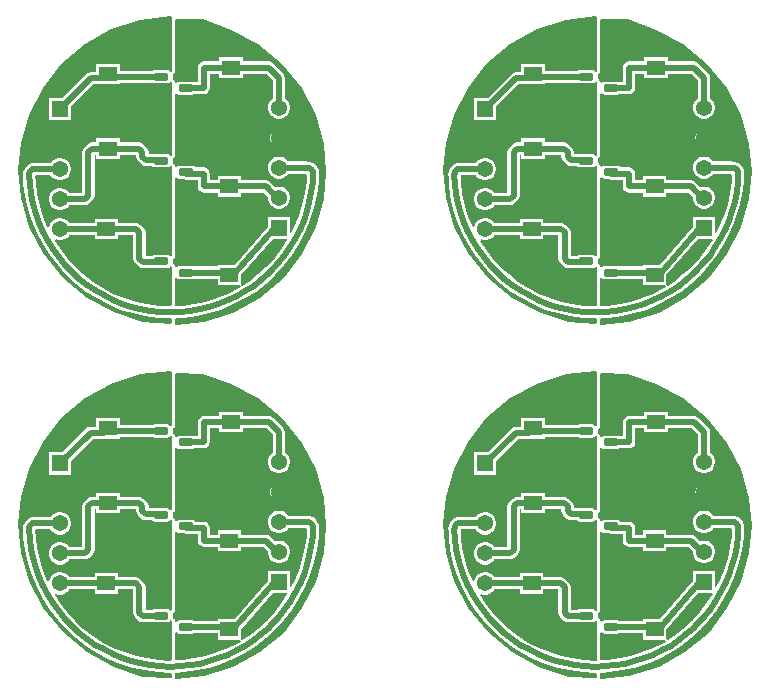
<source format=gbr>
%FSTAX23Y23*%
%MOIN*%
%SFA1B1*%

%IPPOS*%
%AMD14*
4,1,8,0.021300,0.011800,-0.021300,0.011800,-0.024200,0.008900,-0.024200,-0.008900,-0.021300,-0.011800,0.021300,-0.011800,0.024200,-0.008900,0.024200,0.008900,0.021300,0.011800,0.0*
1,1,0.005906,0.021300,0.008900*
1,1,0.005906,-0.021300,0.008900*
1,1,0.005906,-0.021300,-0.008900*
1,1,0.005906,0.021300,-0.008900*
%
%ADD11R,0.053937X0.053937*%
%ADD12C,0.053937*%
%ADD13C,0.019685*%
G04~CAMADD=14~8~0.0~0.0~484.3~236.2~29.5~0.0~15~0.0~0.0~0.0~0.0~0~0.0~0.0~0.0~0.0~0~0.0~0.0~0.0~0.0~484.3~236.2*
%ADD14D14*%
%ADD15R,0.059055X0.049212*%
%LNpcb2_copper_signal_bot-1*%
%LPD*%
G36*
X02097Y02357D02*
Y02177D01*
X02092Y02176*
X02091Y02178*
X02086Y02181*
X02081Y02182*
X02039*
X02034Y02181*
X02033Y0218*
X01923*
Y02204*
X01844*
Y02175*
X01826*
X01818Y02173*
X01812Y02169*
X01732Y02089*
X01687*
Y02015*
X01761*
Y02061*
X01834Y02135*
X01869*
X01871Y02135*
X01923*
Y0214*
X02033*
X02034Y02139*
X02039Y02138*
X02081*
X02086Y02139*
X02091Y02142*
X02092Y02144*
X02097Y02142*
Y01897*
X02092Y01896*
X02091Y01898*
X02086Y01901*
X02081Y01902*
X02049*
X02045Y01903*
X02019*
Y01909*
X02017Y01917*
X02013Y01923*
X02001Y01935*
X01995Y01939*
X01987Y01941*
X01923*
Y01955*
X01844*
Y01941*
X0183*
X01822Y01939*
X01816Y01935*
X01804Y01923*
X018Y01917*
X01798Y01909*
Y01773*
X01755*
X01753Y01775*
X01746Y01782*
X01738Y01787*
X01729Y01789*
X01719*
X01709Y01787*
X01701Y01782*
X01694Y01775*
X01689Y01767*
X01687Y01757*
Y01748*
X01689Y01738*
X01694Y0173*
X01701Y01723*
X01709Y01718*
X01719Y01715*
X01729*
X01738Y01718*
X01746Y01723*
X01753Y0173*
X01755Y01732*
X01807*
X01815Y01734*
X01821Y01738*
X01833Y0175*
X01837Y01756*
X01839Y01764*
Y019*
X01844*
Y01886*
X01923*
Y019*
X01978*
Y01894*
X0198Y01886*
X01984Y0188*
X01996Y01868*
X02002Y01864*
X0201Y01862*
X02029*
X0203Y01862*
X02034Y01859*
X02039Y01858*
X02081*
X02086Y01859*
X02091Y01862*
X02092Y01864*
X02097Y01862*
Y01562*
X02092Y01561*
X02091Y01563*
X02086Y01566*
X02081Y01567*
X02039*
X02034Y01566*
X0203Y01563*
X02029Y01563*
X02009*
Y01641*
X02007Y01649*
X02003Y01655*
X01991Y01667*
X01985Y01671*
X01977Y01673*
X01918*
Y01687*
X01839*
Y01673*
X01755*
X01753Y01675*
X01746Y01682*
X01738Y01687*
X01729Y01689*
X01719*
X01709Y01687*
X01701Y01682*
X01694Y01675*
X01689Y01667*
X01687Y0166*
X01682Y0166*
X01668Y01693*
X01657Y0173*
X01648Y01769*
X01643Y01808*
X01642Y0183*
X01645Y01834*
X01692*
X01694Y0183*
X01701Y01823*
X01709Y01818*
X01719Y01815*
X01729*
X01738Y01818*
X01746Y01823*
X01753Y0183*
X01758Y01838*
X01761Y01848*
Y01857*
X01758Y01867*
X01753Y01875*
X01746Y01882*
X01738Y01887*
X01729Y01889*
X01719*
X01709Y01887*
X01701Y01882*
X01694Y01875*
X01694Y01874*
X01641*
X0164Y01874*
X01631Y01873*
X01621Y01869*
X01613Y01862*
X01607Y01854*
X01603Y01845*
X01601Y01834*
X01601Y01834*
X01601Y01834*
X01601Y01833*
Y01833*
X01602Y01828*
X01603Y01804*
X01608Y01762*
X01618Y0172*
X01631Y01679*
X01647Y01639*
X01667Y01601*
X0169Y01565*
X01716Y01531*
X01745Y01499*
X01777Y0147*
X01811Y01444*
X01847Y01421*
X01885Y01401*
X01925Y01384*
X01966Y01371*
X02008Y01362*
X02051Y01357*
X02094Y01355*
X02094*
X02097Y01351*
Y01341*
X02094Y01337*
X01999Y01341*
X01905Y01375*
X01814Y01423*
X01734Y0149*
X01666Y01571*
X0162Y0166*
X01593Y01755*
X01585Y01849*
X01593Y01939*
X0162Y02033*
X01666Y02122*
X01728Y02204*
X01808Y02269*
X01896Y02318*
X01993Y02349*
X02094Y02361*
X02097Y02357*
G37*
G36*
X0068D02*
Y02177D01*
X00675Y02176*
X00673Y02178*
X00669Y02181*
X00664Y02182*
X00622*
X00617Y02181*
X00615Y0218*
X00506*
Y02204*
X00427*
Y02175*
X00409*
X00401Y02173*
X00394Y02169*
X00315Y02089*
X00269*
Y02015*
X00343*
Y02061*
X00417Y02135*
X00452*
X00454Y02135*
X00506*
Y0214*
X00615*
X00617Y02139*
X00622Y02138*
X00664*
X00669Y02139*
X00673Y02142*
X00675Y02144*
X0068Y02142*
Y01897*
X00675Y01896*
X00673Y01898*
X00669Y01901*
X00664Y01902*
X00632*
X00628Y01903*
X00602*
Y01909*
X006Y01917*
X00596Y01923*
X00584Y01935*
X00578Y01939*
X0057Y01941*
X00506*
Y01955*
X00427*
Y01941*
X00413*
X00405Y01939*
X00399Y01935*
X00387Y01923*
X00383Y01917*
X00381Y01909*
Y01773*
X00337*
X00336Y01775*
X00329Y01782*
X00321Y01787*
X00311Y01789*
X00301*
X00292Y01787*
X00284Y01782*
X00277Y01775*
X00272Y01767*
X00269Y01757*
Y01748*
X00272Y01738*
X00277Y0173*
X00284Y01723*
X00292Y01718*
X00301Y01715*
X00311*
X00321Y01718*
X00329Y01723*
X00336Y0173*
X00337Y01732*
X0039*
X00398Y01734*
X00404Y01738*
X00416Y0175*
X0042Y01756*
X00422Y01764*
Y019*
X00427*
Y01886*
X00506*
Y019*
X00561*
Y01894*
X00563Y01886*
X00567Y0188*
X00579Y01868*
X00585Y01864*
X00593Y01862*
X00612*
X00612Y01862*
X00617Y01859*
X00622Y01858*
X00664*
X00669Y01859*
X00673Y01862*
X00675Y01864*
X0068Y01862*
Y01562*
X00675Y01561*
X00673Y01563*
X00669Y01566*
X00664Y01567*
X00622*
X00617Y01566*
X00612Y01563*
X00612Y01563*
X00592*
Y01641*
X0059Y01649*
X00586Y01655*
X00574Y01667*
X00568Y01671*
X0056Y01673*
X00501*
Y01687*
X00422*
Y01673*
X00337*
X00336Y01675*
X00329Y01682*
X00321Y01687*
X00311Y01689*
X00301*
X00292Y01687*
X00284Y01682*
X00277Y01675*
X00272Y01667*
X0027Y0166*
X00265Y0166*
X00251Y01693*
X00239Y0173*
X00231Y01769*
X00226Y01808*
X00225Y0183*
X00228Y01834*
X00274*
X00277Y0183*
X00284Y01823*
X00292Y01818*
X00301Y01815*
X00311*
X00321Y01818*
X00329Y01823*
X00336Y0183*
X00341Y01838*
X00343Y01848*
Y01857*
X00341Y01867*
X00336Y01875*
X00329Y01882*
X00321Y01887*
X00311Y01889*
X00301*
X00292Y01887*
X00284Y01882*
X00277Y01875*
X00276Y01874*
X00224*
X00223Y01874*
X00213Y01873*
X00204Y01869*
X00196Y01862*
X00189Y01854*
X00185Y01845*
X00184Y01834*
X00184Y01834*
X00184Y01834*
X00184Y01833*
Y01833*
X00184Y01828*
X00185Y01804*
X00191Y01762*
X002Y0172*
X00213Y01679*
X0023Y01639*
X0025Y01601*
X00273Y01565*
X00299Y01531*
X00328Y01499*
X0036Y0147*
X00394Y01444*
X0043Y01421*
X00468Y01401*
X00508Y01384*
X00549Y01371*
X00591Y01362*
X00633Y01357*
X00676Y01355*
X00676*
X0068Y01351*
Y01341*
X00676Y01337*
X00581Y01341*
X00487Y01375*
X00397Y01423*
X00316Y0149*
X00249Y01571*
X00202Y0166*
X00176Y01755*
X00168Y01849*
X00176Y01939*
X00202Y02033*
X00249Y02122*
X00311Y02204*
X00391Y02269*
X00478Y02318*
X00575Y02349*
X00676Y02361*
X0068Y02357*
G37*
G36*
X02199Y02351D02*
X02293Y02317D01*
X02383Y02269*
X02464Y02202*
X02531Y02121*
X02578Y02032*
X02604Y01936*
X02612Y01843*
X02604Y01753*
X02578Y01659*
X02531Y0157*
X0247Y01488*
X0239Y01422*
X02302Y01374*
X02205Y01343*
X02109Y01332*
X02108Y01333*
X02106Y01336*
X02107Y01337*
X02107Y01337*
X02107Y01337*
X02107Y01339*
X02107Y01341*
X02107Y01341*
X02107Y01341*
Y01351*
X02108Y01352*
X02111Y01355*
X02112Y01355*
X02137Y01357*
X02179Y01362*
X02221Y01371*
X02262Y01384*
X02302Y01401*
X0234Y01421*
X02376Y01444*
X0241Y0147*
X02439Y01496*
X02442Y01499*
X02442Y01499*
X02471Y01531*
X02498Y01566*
X02521Y01602*
X02541Y01641*
X02558Y01681*
X02571Y01722*
X0258Y01765*
X02586Y01808*
X02587Y01832*
X02588Y01836*
X02588Y01837*
X02588Y01837*
X02588Y01837*
X02588Y01838*
X02587Y01841*
X02586Y01848*
X02582Y01858*
X02576Y01866*
X02568Y01872*
X02558Y01876*
X02549Y01877*
X02548Y01878*
X02548Y01878*
X02543*
X02485*
X02483Y0188*
X02476Y01887*
X02468Y01892*
X02459Y01894*
X02449*
X02439Y01892*
X02431Y01887*
X02424Y0188*
X02419Y01872*
X02417Y01862*
Y01853*
X02419Y01843*
X02424Y01835*
X02431Y01828*
X02439Y01823*
X02449Y0182*
X02459*
X02468Y01823*
X02476Y01828*
X02483Y01835*
X02485Y01837*
X02544*
X02547Y01834*
X02546Y01811*
X02541Y01772*
X02532Y01733*
X0252Y01695*
X02505Y01658*
X02495Y0164*
X02491Y01641*
Y01694*
X02417*
Y0166*
X02306Y01534*
X02249*
Y01528*
X02171*
X0217Y01528*
X02165Y01529*
X02122*
X02117Y01528*
X02113Y01526*
X02112Y01525*
X02107Y01526*
Y01527*
X02107Y01528*
X02107Y01528*
X02107Y0153*
X02107Y01531*
X02106Y01532*
X02106Y01532*
X02105Y01533*
X02104Y01535*
X02104Y01535*
X02104Y01535*
X02102Y01536*
X02101Y01537*
X02101Y01537*
X021Y01537*
Y01553*
X02101Y01553*
X02101Y01553*
X02102Y01554*
X02104Y01554*
X02104Y01555*
X02104Y01555*
X02105Y01556*
X02106Y01557*
X02106Y01558*
X02107Y01558*
X02107Y0156*
X02107Y01561*
X02107Y01562*
X02107Y01562*
Y01824*
X02112Y01825*
X02113Y01824*
X02117Y01821*
X02122Y0182*
X02133*
X02136Y01819*
X02144Y01817*
X02183*
Y01795*
X02185Y01787*
X02189Y0178*
X02196Y01776*
X02204Y01774*
X02249*
Y0176*
X02328*
Y01774*
X02402*
X02417Y0176*
Y01753*
X02419Y01743*
X02424Y01735*
X02431Y01728*
X02439Y01723*
X02449Y0172*
X02459*
X02468Y01723*
X02476Y01728*
X02483Y01735*
X02488Y01743*
X02491Y01753*
Y01762*
X02488Y01772*
X02483Y0178*
X02476Y01787*
X02468Y01792*
X02459Y01794*
X02449*
X02441Y01792*
X02425Y01809*
X02419Y01813*
X02411Y01815*
X02328*
Y01829*
X02249*
Y01815*
X02224*
Y01837*
X02222Y01845*
X02218Y01852*
X02211Y01856*
X02204Y01858*
X02176*
X02174Y01861*
X0217Y01863*
X02165Y01864*
X02122*
X02117Y01863*
X02113Y01861*
X02112Y0186*
X02107Y01861*
Y01862*
X02107Y01863*
X02107Y01863*
X02107Y01865*
X02107Y01866*
X02106Y01867*
X02106Y01867*
X02105Y01868*
X02104Y0187*
X02104Y0187*
X02104Y0187*
X02102Y01871*
X02101Y01872*
X02101Y01872*
X021Y01872*
Y01888*
X02101Y01888*
X02101Y01888*
X02102Y01889*
X02104Y01889*
X02104Y0189*
X02104Y0189*
X02105Y01891*
X02106Y01892*
X02106Y01893*
X02107Y01893*
X02107Y01895*
X02107Y01896*
X02107Y01897*
X02107Y01897*
Y02104*
X02112Y02105*
X02113Y02104*
X02117Y02101*
X02122Y021*
X02165*
X0217Y02101*
X02171Y02102*
X02204*
X02211Y02104*
X02218Y02108*
X02222Y02115*
X02224Y02122*
Y0217*
X02254*
Y02156*
X02333*
Y0217*
X02412*
X02433Y02149*
Y02088*
X02431Y02087*
X02424Y0208*
X02419Y02072*
X02417Y02062*
Y02053*
X02419Y02043*
X02424Y02035*
X02431Y02028*
X02439Y02023*
X02449Y0202*
X02459*
X02468Y02023*
X02476Y02028*
X02483Y02035*
X02488Y02043*
X02491Y02053*
Y02062*
X02488Y02072*
X02483Y0208*
X02476Y02087*
X02474Y02088*
Y02157*
X02472Y02165*
X02468Y02172*
X02435Y02205*
X02428Y02209*
X02421Y02211*
X02333*
Y02225*
X02254*
Y02211*
X02204*
X02196Y02209*
X02189Y02205*
X02185Y02198*
X02183Y0219*
Y02143*
X02171*
X0217Y02143*
X02165Y02144*
X02122*
X02117Y02143*
X02113Y02141*
X02112Y0214*
X02107Y02141*
Y02142*
X02107Y02143*
X02107Y02143*
X02107Y02145*
X02107Y02146*
X02106Y02147*
X02106Y02147*
X02105Y02148*
X02104Y0215*
X02104Y0215*
X02104Y0215*
X02102Y02151*
X02101Y02152*
X02101Y02152*
X021Y02152*
Y02168*
X02101Y02168*
X02101Y02168*
X02102Y02169*
X02104Y02169*
X02104Y0217*
X02104Y0217*
X02105Y02171*
X02106Y02172*
X02106Y02173*
X02107Y02173*
X02107Y02175*
X02107Y02176*
X02107Y02177*
X02107Y02177*
Y0235*
X02111Y02354*
X02199Y02351*
G37*
G36*
X00782D02*
X00876Y02317D01*
X00966Y02269*
X01047Y02202*
X01114Y02121*
X01161Y02032*
X01187Y01936*
X01195Y01843*
X01187Y01753*
X01161Y01659*
X01114Y0157*
X01052Y01488*
X00972Y01422*
X00885Y01374*
X00788Y01343*
X00692Y01332*
X0069Y01333*
X00689Y01336*
X00689Y01337*
X00689Y01337*
X00689Y01337*
X0069Y01339*
X0069Y01341*
X0069Y01341*
X0069Y01341*
Y01351*
X00691Y01352*
X00693Y01355*
X00694Y01355*
X00719Y01357*
X00762Y01362*
X00804Y01371*
X00845Y01384*
X00885Y01401*
X00923Y01421*
X00959Y01444*
X00993Y0147*
X01021Y01496*
X01025Y01499*
X01025Y01499*
X01054Y01531*
X01081Y01566*
X01104Y01602*
X01124Y01641*
X01141Y01681*
X01154Y01722*
X01163Y01765*
X01169Y01808*
X0117Y01832*
X0117Y01836*
X0117Y01837*
X0117Y01837*
X0117Y01837*
X0117Y01838*
X0117Y01841*
X01169Y01848*
X01165Y01858*
X01159Y01866*
X0115Y01872*
X01141Y01876*
X01131Y01877*
X01131Y01878*
X01131Y01878*
X01126*
X01067*
X01066Y0188*
X01059Y01887*
X01051Y01892*
X01041Y01894*
X01031*
X01022Y01892*
X01014Y01887*
X01007Y0188*
X01002Y01872*
X00999Y01862*
Y01853*
X01002Y01843*
X01007Y01835*
X01014Y01828*
X01022Y01823*
X01031Y0182*
X01041*
X01051Y01823*
X01059Y01828*
X01066Y01835*
X01067Y01837*
X01126*
X0113Y01834*
X01129Y01811*
X01124Y01772*
X01115Y01733*
X01103Y01695*
X01088Y01658*
X01078Y0164*
X01073Y01641*
Y01694*
X00999*
Y0166*
X00889Y01534*
X00832*
Y01528*
X00754*
X00753Y01528*
X00748Y01529*
X00705*
X007Y01528*
X00696Y01526*
X00695Y01525*
X0069Y01526*
Y01527*
X0069Y01528*
X0069Y01528*
X0069Y0153*
X00689Y01531*
X00689Y01532*
X00689Y01532*
X00688Y01533*
X00687Y01535*
X00687Y01535*
X00686Y01535*
X00685Y01536*
X00684Y01537*
X00683Y01537*
X00683Y01537*
Y01553*
X00683Y01553*
X00684Y01553*
X00685Y01554*
X00686Y01554*
X00687Y01555*
X00687Y01555*
X00688Y01556*
X00689Y01557*
X00689Y01558*
X00689Y01558*
X0069Y0156*
X0069Y01561*
X0069Y01562*
X0069Y01562*
Y01824*
X00695Y01825*
X00696Y01824*
X007Y01821*
X00705Y0182*
X00716*
X00719Y01819*
X00726Y01817*
X00766*
Y01795*
X00768Y01787*
X00772Y0178*
X00779Y01776*
X00786Y01774*
X00832*
Y0176*
X00911*
Y01774*
X00985*
X00999Y0176*
Y01753*
X01002Y01743*
X01007Y01735*
X01014Y01728*
X01022Y01723*
X01031Y0172*
X01041*
X01051Y01723*
X01059Y01728*
X01066Y01735*
X01071Y01743*
X01073Y01753*
Y01762*
X01071Y01772*
X01066Y0178*
X01059Y01787*
X01051Y01792*
X01041Y01794*
X01031*
X01024Y01792*
X01008Y01809*
X01001Y01813*
X00994Y01815*
X00911*
Y01829*
X00832*
Y01815*
X00807*
Y01837*
X00805Y01845*
X00801Y01852*
X00794Y01856*
X00786Y01858*
X00759*
X00757Y01861*
X00753Y01863*
X00748Y01864*
X00705*
X007Y01863*
X00696Y01861*
X00695Y0186*
X0069Y01861*
Y01862*
X0069Y01863*
X0069Y01863*
X0069Y01865*
X00689Y01866*
X00689Y01867*
X00689Y01867*
X00688Y01868*
X00687Y0187*
X00687Y0187*
X00686Y0187*
X00685Y01871*
X00684Y01872*
X00683Y01872*
X00683Y01872*
Y01888*
X00683Y01888*
X00684Y01888*
X00685Y01889*
X00686Y01889*
X00687Y0189*
X00687Y0189*
X00688Y01891*
X00689Y01892*
X00689Y01893*
X00689Y01893*
X0069Y01895*
X0069Y01896*
X0069Y01897*
X0069Y01897*
Y02104*
X00695Y02105*
X00696Y02104*
X007Y02101*
X00705Y021*
X00748*
X00753Y02101*
X00754Y02102*
X00786*
X00794Y02104*
X00801Y02108*
X00805Y02115*
X00807Y02122*
Y0217*
X00837*
Y02156*
X00916*
Y0217*
X00995*
X01016Y02149*
Y02088*
X01014Y02087*
X01007Y0208*
X01002Y02072*
X00999Y02062*
Y02053*
X01002Y02043*
X01007Y02035*
X01014Y02028*
X01022Y02023*
X01031Y0202*
X01041*
X01051Y02023*
X01059Y02028*
X01066Y02035*
X01071Y02043*
X01073Y02053*
Y02062*
X01071Y02072*
X01066Y0208*
X01059Y02087*
X01057Y02088*
Y02157*
X01055Y02165*
X01051Y02172*
X01018Y02205*
X01011Y02209*
X01003Y02211*
X00916*
Y02225*
X00837*
Y02211*
X00786*
X00779Y02209*
X00772Y02205*
X00768Y02198*
X00766Y0219*
Y02143*
X00754*
X00753Y02143*
X00748Y02144*
X00705*
X007Y02143*
X00696Y02141*
X00695Y0214*
X0069Y02141*
Y02142*
X0069Y02143*
X0069Y02143*
X0069Y02145*
X00689Y02146*
X00689Y02147*
X00689Y02147*
X00688Y02148*
X00687Y0215*
X00687Y0215*
X00686Y0215*
X00685Y02151*
X00684Y02152*
X00683Y02152*
X00683Y02152*
Y02168*
X00683Y02168*
X00684Y02168*
X00685Y02169*
X00686Y02169*
X00687Y0217*
X00687Y0217*
X00688Y02171*
X00689Y02172*
X00689Y02173*
X00689Y02173*
X0069Y02175*
X0069Y02176*
X0069Y02177*
X0069Y02177*
Y0235*
X00694Y02354*
X00782Y02351*
G37*
G36*
X01968Y01554D02*
X0197Y01546D01*
X01974Y0154*
X01986Y01528*
X01992Y01524*
X02Y01522*
X0206*
X02063Y01523*
X02081*
X02086Y01524*
X02091Y01527*
X02092Y01529*
X02097Y01527*
Y01398*
X02092Y01395*
X02054Y01397*
X02015Y01402*
X01977Y0141*
X01939Y01422*
X01902Y01437*
X01867Y01456*
X01834Y01477*
X01803Y01501*
X01774Y01527*
X01747Y01557*
X01723Y01588*
X01706Y01614*
X01709Y01617*
X0171Y01618*
X01719Y01615*
X01729*
X01738Y01618*
X01746Y01623*
X01753Y0163*
X01755Y01632*
X01839*
Y01618*
X01918*
Y01632*
X01968*
Y01554*
G37*
G36*
X00551D02*
X00553Y01546D01*
X00557Y0154*
X00569Y01528*
X00575Y01524*
X00583Y01522*
X00643*
X00646Y01523*
X00664*
X00669Y01524*
X00673Y01527*
X00675Y01529*
X0068Y01527*
Y01398*
X00675Y01395*
X00637Y01397*
X00598Y01402*
X00559Y0141*
X00522Y01422*
X00485Y01437*
X0045Y01456*
X00417Y01477*
X00385Y01501*
X00356Y01527*
X0033Y01557*
X00306Y01588*
X00289Y01614*
X00291Y01617*
X00292Y01618*
X00301Y01615*
X00311*
X00321Y01618*
X00329Y01623*
X00336Y0163*
X00337Y01632*
X00422*
Y01618*
X00501*
Y01632*
X00551*
Y01554*
G37*
G36*
X02482Y01616D02*
X02465Y01589D01*
X02441Y01557*
X02417Y01531*
X02413Y01528*
X02413Y01528*
X02413Y01528*
X02413Y01527*
X02385Y01501*
X02353Y01477*
X02333Y01464*
X02328Y01467*
Y01498*
X02435Y0162*
X0248*
X02482Y01616*
G37*
G36*
X01065D02*
X01048Y01589D01*
X01023Y01557*
X01Y01531*
X00996Y01528*
X00996Y01528*
X00996Y01528*
X00995Y01527*
X00967Y01501*
X00936Y01477*
X00915Y01464*
X00911Y01467*
Y01498*
X01018Y0162*
X01063*
X01065Y01616*
G37*
G36*
X02113Y01489D02*
X02117Y01486D01*
X02122Y01485*
X02165*
X0217Y01486*
X02171Y01487*
X02249*
Y01465*
X02325*
X02327Y0146*
X0232Y01456*
X02285Y01437*
X02248Y01422*
X02211Y0141*
X02172Y01402*
X02133Y01397*
X02112Y01396*
X02111Y01396*
X02111Y01396*
X02107Y014*
Y01489*
X02112Y0149*
X02113Y01489*
G37*
G36*
X00696D02*
X007Y01486D01*
X00705Y01485*
X00748*
X00753Y01486*
X00754Y01487*
X00832*
Y01465*
X00908*
X00909Y0146*
X00903Y01456*
X00868Y01437*
X00831Y01422*
X00793Y0141*
X00755Y01402*
X00716Y01397*
X00695Y01396*
X00694Y01396*
X00694Y01396*
X0069Y014*
Y01489*
X00695Y0149*
X00696Y01489*
G37*
G36*
X02097Y01176D02*
Y00996D01*
X02092Y00995*
X02091Y00997*
X02086Y01*
X02081Y01001*
X02039*
X02034Y01*
X02033Y00999*
X01923*
Y01023*
X01844*
Y00994*
X01826*
X01818Y00992*
X01812Y00988*
X01732Y00908*
X01687*
Y00834*
X01761*
Y0088*
X01834Y00953*
X01869*
X01871Y00954*
X01923*
Y00958*
X02033*
X02034Y00958*
X02039Y00957*
X02081*
X02086Y00958*
X02091Y00961*
X02092Y00963*
X02097Y00961*
Y00716*
X02092Y00715*
X02091Y00717*
X02086Y0072*
X02081Y00721*
X02049*
X02045Y00722*
X02019*
Y00728*
X02017Y00735*
X02013Y00742*
X02001Y00754*
X01995Y00758*
X01987Y00759*
X01923*
Y00774*
X01844*
Y00759*
X0183*
X01822Y00758*
X01816Y00754*
X01804Y00742*
X018Y00735*
X01798Y00728*
Y00592*
X01755*
X01753Y00594*
X01746Y00601*
X01738Y00606*
X01729Y00608*
X01719*
X01709Y00606*
X01701Y00601*
X01694Y00594*
X01689Y00586*
X01687Y00576*
Y00566*
X01689Y00557*
X01694Y00549*
X01701Y00542*
X01709Y00537*
X01719Y00534*
X01729*
X01738Y00537*
X01746Y00542*
X01753Y00549*
X01755Y00551*
X01807*
X01815Y00553*
X01821Y00557*
X01833Y00569*
X01837Y00575*
X01839Y00583*
Y00719*
X01844*
Y00705*
X01923*
Y00719*
X01978*
Y00713*
X0198Y00705*
X01984Y00699*
X01996Y00687*
X02002Y00683*
X0201Y00681*
X02029*
X0203Y00681*
X02034Y00678*
X02039Y00677*
X02081*
X02086Y00678*
X02091Y00681*
X02092Y00683*
X02097Y00681*
Y00381*
X02092Y0038*
X02091Y00382*
X02086Y00385*
X02081Y00386*
X02039*
X02034Y00385*
X0203Y00382*
X02029Y00382*
X02009*
Y0046*
X02007Y00468*
X02003Y00474*
X01991Y00486*
X01985Y0049*
X01977Y00492*
X01918*
Y00506*
X01839*
Y00492*
X01755*
X01753Y00494*
X01746Y00501*
X01738Y00506*
X01729Y00508*
X01719*
X01709Y00506*
X01701Y00501*
X01694Y00494*
X01689Y00486*
X01687Y00479*
X01682Y00478*
X01668Y00512*
X01657Y00549*
X01648Y00588*
X01643Y00627*
X01642Y00649*
X01645Y00653*
X01692*
X01694Y00649*
X01701Y00642*
X01709Y00637*
X01719Y00634*
X01729*
X01738Y00637*
X01746Y00642*
X01753Y00649*
X01758Y00657*
X01761Y00666*
Y00676*
X01758Y00686*
X01753Y00694*
X01746Y00701*
X01738Y00706*
X01729Y00708*
X01719*
X01709Y00706*
X01701Y00701*
X01694Y00694*
X01694Y00693*
X01641*
X0164Y00693*
X01631Y00692*
X01621Y00688*
X01613Y00681*
X01607Y00673*
X01603Y00664*
X01601Y00653*
X01601Y00653*
X01601Y00653*
X01601Y00652*
Y00652*
X01602Y00647*
X01603Y00623*
X01608Y00581*
X01618Y00539*
X01631Y00498*
X01647Y00458*
X01667Y0042*
X0169Y00384*
X01716Y0035*
X01745Y00318*
X01777Y00289*
X01811Y00263*
X01847Y0024*
X01885Y0022*
X01925Y00203*
X01966Y0019*
X02008Y00181*
X02051Y00175*
X02094Y00174*
X02094*
X02097Y0017*
Y0016*
X02094Y00156*
X01999Y0016*
X01905Y00194*
X01814Y00242*
X01734Y00308*
X01666Y0039*
X0162Y00479*
X01593Y00574*
X01585Y00668*
X01593Y00758*
X0162Y00852*
X01666Y00941*
X01728Y01022*
X01808Y01088*
X01896Y01137*
X01993Y01168*
X02094Y01179*
X02097Y01176*
G37*
G36*
X0068D02*
Y00996D01*
X00675Y00995*
X00673Y00997*
X00669Y01*
X00664Y01001*
X00622*
X00617Y01*
X00615Y00999*
X00506*
Y01023*
X00427*
Y00994*
X00409*
X00401Y00992*
X00394Y00988*
X00315Y00908*
X00269*
Y00834*
X00343*
Y0088*
X00417Y00953*
X00452*
X00454Y00954*
X00506*
Y00958*
X00615*
X00617Y00958*
X00622Y00957*
X00664*
X00669Y00958*
X00673Y00961*
X00675Y00963*
X0068Y00961*
Y00716*
X00675Y00715*
X00673Y00717*
X00669Y0072*
X00664Y00721*
X00632*
X00628Y00722*
X00602*
Y00728*
X006Y00735*
X00596Y00742*
X00584Y00754*
X00578Y00758*
X0057Y00759*
X00506*
Y00774*
X00427*
Y00759*
X00413*
X00405Y00758*
X00399Y00754*
X00387Y00742*
X00383Y00735*
X00381Y00728*
Y00592*
X00337*
X00336Y00594*
X00329Y00601*
X00321Y00606*
X00311Y00608*
X00301*
X00292Y00606*
X00284Y00601*
X00277Y00594*
X00272Y00586*
X00269Y00576*
Y00566*
X00272Y00557*
X00277Y00549*
X00284Y00542*
X00292Y00537*
X00301Y00534*
X00311*
X00321Y00537*
X00329Y00542*
X00336Y00549*
X00337Y00551*
X0039*
X00398Y00553*
X00404Y00557*
X00416Y00569*
X0042Y00575*
X00422Y00583*
Y00719*
X00427*
Y00705*
X00506*
Y00719*
X00561*
Y00713*
X00563Y00705*
X00567Y00699*
X00579Y00687*
X00585Y00683*
X00593Y00681*
X00612*
X00612Y00681*
X00617Y00678*
X00622Y00677*
X00664*
X00669Y00678*
X00673Y00681*
X00675Y00683*
X0068Y00681*
Y00381*
X00675Y0038*
X00673Y00382*
X00669Y00385*
X00664Y00386*
X00622*
X00617Y00385*
X00612Y00382*
X00612Y00382*
X00592*
Y0046*
X0059Y00468*
X00586Y00474*
X00574Y00486*
X00568Y0049*
X0056Y00492*
X00501*
Y00506*
X00422*
Y00492*
X00337*
X00336Y00494*
X00329Y00501*
X00321Y00506*
X00311Y00508*
X00301*
X00292Y00506*
X00284Y00501*
X00277Y00494*
X00272Y00486*
X0027Y00479*
X00265Y00478*
X00251Y00512*
X00239Y00549*
X00231Y00588*
X00226Y00627*
X00225Y00649*
X00228Y00653*
X00274*
X00277Y00649*
X00284Y00642*
X00292Y00637*
X00301Y00634*
X00311*
X00321Y00637*
X00329Y00642*
X00336Y00649*
X00341Y00657*
X00343Y00666*
Y00676*
X00341Y00686*
X00336Y00694*
X00329Y00701*
X00321Y00706*
X00311Y00708*
X00301*
X00292Y00706*
X00284Y00701*
X00277Y00694*
X00276Y00693*
X00224*
X00223Y00693*
X00213Y00692*
X00204Y00688*
X00196Y00681*
X00189Y00673*
X00185Y00664*
X00184Y00653*
X00184Y00653*
X00184Y00653*
X00184Y00652*
Y00652*
X00184Y00647*
X00185Y00623*
X00191Y00581*
X002Y00539*
X00213Y00498*
X0023Y00458*
X0025Y0042*
X00273Y00384*
X00299Y0035*
X00328Y00318*
X0036Y00289*
X00394Y00263*
X0043Y0024*
X00468Y0022*
X00508Y00203*
X00549Y0019*
X00591Y00181*
X00633Y00175*
X00676Y00174*
X00676*
X0068Y0017*
Y0016*
X00676Y00156*
X00581Y0016*
X00487Y00194*
X00397Y00242*
X00316Y00308*
X00249Y0039*
X00202Y00479*
X00176Y00574*
X00168Y00668*
X00176Y00758*
X00202Y00852*
X00249Y00941*
X00311Y01022*
X00391Y01088*
X00478Y01137*
X00575Y01168*
X00676Y01179*
X0068Y01176*
G37*
G36*
X02199Y01169D02*
X02293Y01136D01*
X02383Y01088*
X02464Y01021*
X02531Y0094*
X02578Y00851*
X02604Y00755*
X02612Y00661*
X02604Y00572*
X02578Y00477*
X02531Y00389*
X0247Y00307*
X0239Y00241*
X02302Y00192*
X02205Y00162*
X02109Y00151*
X02108Y00152*
X02106Y00155*
X02107Y00156*
X02107Y00156*
X02107Y00156*
X02107Y00158*
X02107Y0016*
X02107Y0016*
X02107Y0016*
Y0017*
X02108Y00171*
X02111Y00174*
X02112Y00174*
X02137Y00175*
X02179Y00181*
X02221Y0019*
X02262Y00203*
X02302Y0022*
X0234Y0024*
X02376Y00263*
X0241Y00289*
X02439Y00315*
X02442Y00318*
X02442Y00318*
Y00318*
X02471Y0035*
X02498Y00384*
X02521Y00421*
X02541Y0046*
X02558Y005*
X02571Y00541*
X0258Y00584*
X02586Y00627*
X02587Y00651*
X02588Y00655*
X02588Y00655*
X02588Y00656*
X02588Y00656*
X02588Y00657*
X02587Y0066*
X02586Y00667*
X02582Y00677*
X02576Y00685*
X02568Y00691*
X02558Y00695*
X02549Y00696*
X02548Y00697*
X02548Y00697*
X02543*
X02485*
X02483Y00699*
X02476Y00706*
X02468Y00711*
X02459Y00713*
X02449*
X02439Y00711*
X02431Y00706*
X02424Y00699*
X02419Y00691*
X02417Y00681*
Y00671*
X02419Y00662*
X02424Y00654*
X02431Y00647*
X02439Y00642*
X02449Y00639*
X02459*
X02468Y00642*
X02476Y00647*
X02483Y00654*
X02485Y00656*
X02544*
X02547Y00652*
X02546Y0063*
X02541Y00591*
X02532Y00552*
X0252Y00514*
X02505Y00477*
X02495Y00459*
X02491Y0046*
Y00513*
X02417*
Y00479*
X02306Y00353*
X02249*
Y00347*
X02171*
X0217Y00347*
X02165Y00348*
X02122*
X02117Y00347*
X02113Y00345*
X02112Y00344*
X02107Y00345*
Y00346*
X02107Y00347*
X02107Y00347*
X02107Y00349*
X02107Y0035*
X02106Y00351*
X02106Y00351*
X02105Y00352*
X02104Y00353*
X02104Y00354*
X02104Y00354*
X02102Y00355*
X02101Y00356*
X02101Y00356*
X021Y00356*
Y00372*
X02101Y00372*
X02101Y00372*
X02102Y00373*
X02104Y00373*
X02104Y00374*
X02104Y00374*
X02105Y00375*
X02106Y00376*
X02106Y00377*
X02107Y00377*
X02107Y00379*
X02107Y0038*
X02107Y00381*
X02107Y00381*
Y00642*
X02112Y00644*
X02113Y00643*
X02117Y0064*
X02122Y00639*
X02133*
X02136Y00638*
X02144Y00636*
X02183*
Y00613*
X02185Y00606*
X02189Y00599*
X02196Y00595*
X02204Y00593*
X02249*
Y00579*
X02328*
Y00593*
X02402*
X02417Y00579*
Y00571*
X02419Y00562*
X02424Y00554*
X02431Y00547*
X02439Y00542*
X02449Y00539*
X02459*
X02468Y00542*
X02476Y00547*
X02483Y00554*
X02488Y00562*
X02491Y00571*
Y00581*
X02488Y00591*
X02483Y00599*
X02476Y00606*
X02468Y00611*
X02459Y00613*
X02449*
X02441Y00611*
X02425Y00628*
X02419Y00632*
X02411Y00634*
X02328*
Y00648*
X02249*
Y00634*
X02224*
Y00656*
X02222Y00664*
X02218Y00671*
X02211Y00675*
X02204Y00677*
X02176*
X02174Y0068*
X0217Y00682*
X02165Y00683*
X02122*
X02117Y00682*
X02113Y0068*
X02112Y00679*
X02107Y0068*
Y00681*
X02107Y00682*
X02107Y00682*
X02107Y00684*
X02107Y00685*
X02106Y00686*
X02106Y00686*
X02105Y00687*
X02104Y00688*
X02104Y00689*
X02104Y00689*
X02102Y0069*
X02101Y00691*
X02101Y00691*
X021Y00691*
Y00707*
X02101Y00707*
X02101Y00707*
X02102Y00708*
X02104Y00708*
X02104Y00709*
X02104Y00709*
X02105Y0071*
X02106Y00711*
X02106Y00712*
X02107Y00712*
X02107Y00714*
X02107Y00715*
X02107Y00716*
X02107Y00716*
Y00922*
X02112Y00924*
X02113Y00923*
X02117Y0092*
X02122Y00919*
X02165*
X0217Y0092*
X02171Y00921*
X02204*
X02211Y00923*
X02218Y00927*
X02222Y00934*
X02224Y00941*
Y00989*
X02254*
Y00975*
X02333*
Y00989*
X02412*
X02433Y00968*
Y00907*
X02431Y00906*
X02424Y00899*
X02419Y00891*
X02417Y00881*
Y00871*
X02419Y00862*
X02424Y00854*
X02431Y00847*
X02439Y00842*
X02449Y00839*
X02459*
X02468Y00842*
X02476Y00847*
X02483Y00854*
X02488Y00862*
X02491Y00871*
Y00881*
X02488Y00891*
X02483Y00899*
X02476Y00906*
X02474Y00907*
Y00976*
X02472Y00984*
X02468Y00991*
X02435Y01024*
X02428Y01028*
X02421Y01029*
X02333*
Y01044*
X02254*
Y01029*
X02204*
X02196Y01028*
X02189Y01024*
X02185Y01017*
X02183Y01009*
Y00962*
X02171*
X0217Y00962*
X02165Y00963*
X02122*
X02117Y00962*
X02113Y0096*
X02112Y00959*
X02107Y0096*
Y00961*
X02107Y00962*
X02107Y00962*
X02107Y00964*
X02107Y00965*
X02106Y00966*
X02106Y00966*
X02105Y00967*
X02104Y00968*
X02104Y00969*
X02104Y00969*
X02102Y0097*
X02101Y00971*
X02101Y00971*
X021Y00971*
Y00987*
X02101Y00987*
X02101Y00987*
X02102Y00988*
X02104Y00988*
X02104Y00989*
X02104Y00989*
X02105Y0099*
X02106Y00991*
X02106Y00992*
X02107Y00992*
X02107Y00994*
X02107Y00995*
X02107Y00996*
X02107Y00996*
Y01169*
X02111Y01173*
X02199Y01169*
G37*
G36*
X00782D02*
X00876Y01136D01*
X00966Y01088*
X01047Y01021*
X01114Y0094*
X01161Y00851*
X01187Y00755*
X01195Y00661*
X01187Y00572*
X01161Y00477*
X01114Y00389*
X01052Y00307*
X00972Y00241*
X00885Y00192*
X00788Y00162*
X00692Y00151*
X0069Y00152*
X00689Y00155*
X00689Y00156*
X00689Y00156*
X00689Y00156*
X0069Y00158*
X0069Y0016*
X0069Y0016*
X0069Y0016*
Y0017*
X00691Y00171*
X00693Y00174*
X00694Y00174*
X00719Y00175*
X00762Y00181*
X00804Y0019*
X00845Y00203*
X00885Y0022*
X00923Y0024*
X00959Y00263*
X00993Y00289*
X01021Y00315*
X01025Y00318*
X01025Y00318*
Y00318*
X01054Y0035*
X01081Y00384*
X01104Y00421*
X01124Y0046*
X01141Y005*
X01154Y00541*
X01163Y00584*
X01169Y00627*
X0117Y00651*
X0117Y00655*
X0117Y00655*
X0117Y00656*
X0117Y00656*
X0117Y00657*
X0117Y0066*
X01169Y00667*
X01165Y00677*
X01159Y00685*
X0115Y00691*
X01141Y00695*
X01131Y00696*
X01131Y00697*
X01131Y00697*
X01126*
X01067*
X01066Y00699*
X01059Y00706*
X01051Y00711*
X01041Y00713*
X01031*
X01022Y00711*
X01014Y00706*
X01007Y00699*
X01002Y00691*
X00999Y00681*
Y00671*
X01002Y00662*
X01007Y00654*
X01014Y00647*
X01022Y00642*
X01031Y00639*
X01041*
X01051Y00642*
X01059Y00647*
X01066Y00654*
X01067Y00656*
X01126*
X0113Y00652*
X01129Y0063*
X01124Y00591*
X01115Y00552*
X01103Y00514*
X01088Y00477*
X01078Y00459*
X01073Y0046*
Y00513*
X00999*
Y00479*
X00889Y00353*
X00832*
Y00347*
X00754*
X00753Y00347*
X00748Y00348*
X00705*
X007Y00347*
X00696Y00345*
X00695Y00344*
X0069Y00345*
Y00346*
X0069Y00347*
X0069Y00347*
X0069Y00349*
X00689Y0035*
X00689Y00351*
X00689Y00351*
X00688Y00352*
X00687Y00353*
X00687Y00354*
X00686Y00354*
X00685Y00355*
X00684Y00356*
X00683Y00356*
X00683Y00356*
Y00372*
X00683Y00372*
X00684Y00372*
X00685Y00373*
X00686Y00373*
X00687Y00374*
X00687Y00374*
X00688Y00375*
X00689Y00376*
X00689Y00377*
X00689Y00377*
X0069Y00379*
X0069Y0038*
X0069Y00381*
X0069Y00381*
Y00642*
X00695Y00644*
X00696Y00643*
X007Y0064*
X00705Y00639*
X00716*
X00719Y00638*
X00726Y00636*
X00766*
Y00613*
X00768Y00606*
X00772Y00599*
X00779Y00595*
X00786Y00593*
X00832*
Y00579*
X00911*
Y00593*
X00985*
X00999Y00579*
Y00571*
X01002Y00562*
X01007Y00554*
X01014Y00547*
X01022Y00542*
X01031Y00539*
X01041*
X01051Y00542*
X01059Y00547*
X01066Y00554*
X01071Y00562*
X01073Y00571*
Y00581*
X01071Y00591*
X01066Y00599*
X01059Y00606*
X01051Y00611*
X01041Y00613*
X01031*
X01024Y00611*
X01008Y00628*
X01001Y00632*
X00994Y00634*
X00911*
Y00648*
X00832*
Y00634*
X00807*
Y00656*
X00805Y00664*
X00801Y00671*
X00794Y00675*
X00786Y00677*
X00759*
X00757Y0068*
X00753Y00682*
X00748Y00683*
X00705*
X007Y00682*
X00696Y0068*
X00695Y00679*
X0069Y0068*
Y00681*
X0069Y00682*
X0069Y00682*
X0069Y00684*
X00689Y00685*
X00689Y00686*
X00689Y00686*
X00688Y00687*
X00687Y00688*
X00687Y00689*
X00686Y00689*
X00685Y0069*
X00684Y00691*
X00683Y00691*
X00683Y00691*
Y00707*
X00683Y00707*
X00684Y00707*
X00685Y00708*
X00686Y00708*
X00687Y00709*
X00687Y00709*
X00688Y0071*
X00689Y00711*
X00689Y00712*
X00689Y00712*
X0069Y00714*
X0069Y00715*
X0069Y00716*
X0069Y00716*
Y00922*
X00695Y00924*
X00696Y00923*
X007Y0092*
X00705Y00919*
X00748*
X00753Y0092*
X00754Y00921*
X00786*
X00794Y00923*
X00801Y00927*
X00805Y00934*
X00807Y00941*
Y00989*
X00837*
Y00975*
X00916*
Y00989*
X00995*
X01016Y00968*
Y00907*
X01014Y00906*
X01007Y00899*
X01002Y00891*
X00999Y00881*
Y00871*
X01002Y00862*
X01007Y00854*
X01014Y00847*
X01022Y00842*
X01031Y00839*
X01041*
X01051Y00842*
X01059Y00847*
X01066Y00854*
X01071Y00862*
X01073Y00871*
Y00881*
X01071Y00891*
X01066Y00899*
X01059Y00906*
X01057Y00907*
Y00976*
X01055Y00984*
X01051Y00991*
X01018Y01024*
X01011Y01028*
X01003Y01029*
X00916*
Y01044*
X00837*
Y01029*
X00786*
X00779Y01028*
X00772Y01024*
X00768Y01017*
X00766Y01009*
Y00962*
X00754*
X00753Y00962*
X00748Y00963*
X00705*
X007Y00962*
X00696Y0096*
X00695Y00959*
X0069Y0096*
Y00961*
X0069Y00962*
X0069Y00962*
X0069Y00964*
X00689Y00965*
X00689Y00966*
X00689Y00966*
X00688Y00967*
X00687Y00968*
X00687Y00969*
X00686Y00969*
X00685Y0097*
X00684Y00971*
X00683Y00971*
X00683Y00971*
Y00987*
X00683Y00987*
X00684Y00987*
X00685Y00988*
X00686Y00988*
X00687Y00989*
X00687Y00989*
X00688Y0099*
X00689Y00991*
X00689Y00992*
X00689Y00992*
X0069Y00994*
X0069Y00995*
X0069Y00996*
X0069Y00996*
Y01169*
X00694Y01173*
X00782Y01169*
G37*
G36*
X01968Y00373D02*
X0197Y00365D01*
X01974Y00359*
X01986Y00347*
X01992Y00343*
X02Y00341*
X0206*
X02063Y00342*
X02081*
X02086Y00343*
X02091Y00346*
X02092Y00348*
X02097Y00346*
Y00217*
X02092Y00214*
X02054Y00216*
X02015Y00221*
X01977Y00229*
X01939Y00241*
X01902Y00256*
X01867Y00274*
X01834Y00296*
X01803Y0032*
X01774Y00346*
X01747Y00375*
X01723Y00407*
X01706Y00433*
X01709Y00436*
X0171Y00437*
X01719Y00434*
X01729*
X01738Y00437*
X01746Y00442*
X01753Y00449*
X01755Y00451*
X01839*
Y00437*
X01918*
Y00451*
X01968*
Y00373*
G37*
G36*
X00551D02*
X00553Y00365D01*
X00557Y00359*
X00569Y00347*
X00575Y00343*
X00583Y00341*
X00643*
X00646Y00342*
X00664*
X00669Y00343*
X00673Y00346*
X00675Y00348*
X0068Y00346*
Y00217*
X00675Y00214*
X00637Y00216*
X00598Y00221*
X00559Y00229*
X00522Y00241*
X00485Y00256*
X0045Y00274*
X00417Y00296*
X00385Y0032*
X00356Y00346*
X0033Y00375*
X00306Y00407*
X00289Y00433*
X00291Y00436*
X00292Y00437*
X00301Y00434*
X00311*
X00321Y00437*
X00329Y00442*
X00336Y00449*
X00337Y00451*
X00422*
Y00437*
X00501*
Y00451*
X00551*
Y00373*
G37*
G36*
X02482Y00435D02*
X02465Y00408D01*
X02441Y00376*
X02417Y0035*
X02413Y00347*
X02413Y00347*
X02413Y00347*
X02413Y00345*
X02385Y0032*
X02353Y00296*
X02333Y00283*
X02328Y00286*
Y00317*
X02435Y00439*
X0248*
X02482Y00435*
G37*
G36*
X01065D02*
X01048Y00408D01*
X01023Y00376*
X01Y0035*
X00996Y00347*
X00996Y00347*
X00996Y00347*
X00995Y00345*
X00967Y0032*
X00936Y00296*
X00915Y00283*
X00911Y00286*
Y00317*
X01018Y00439*
X01063*
X01065Y00435*
G37*
G36*
X02113Y00308D02*
X02117Y00305D01*
X02122Y00304*
X02165*
X0217Y00305*
X02171Y00306*
X02249*
Y00284*
X02325*
X02327Y00279*
X0232Y00274*
X02285Y00256*
X02248Y00241*
X02211Y00229*
X02172Y00221*
X02133Y00216*
X02112Y00215*
X02111Y00215*
X02111Y00215*
X02107Y00219*
Y00307*
X02112Y00309*
X02113Y00308*
G37*
G36*
X00696D02*
X007Y00305D01*
X00705Y00304*
X00748*
X00753Y00305*
X00754Y00306*
X00832*
Y00284*
X00908*
X00909Y00279*
X00903Y00274*
X00868Y00256*
X00831Y00241*
X00793Y00229*
X00755Y00221*
X00716Y00216*
X00695Y00215*
X00694Y00215*
X00694Y00215*
X0069Y00219*
Y00307*
X00695Y00309*
X00696Y00308*
G37*
%LNpcb2_copper_signal_bot-2*%
%LPC*%
G36*
X02454Y01978D02*
X02444D01*
X02437Y01976*
X0243Y01972*
X02426Y01965*
X02424Y01957*
X02426Y0195*
X0243Y01943*
X02437Y01939*
X02444Y01937*
X02454*
X02461Y01939*
X02468Y01943*
X02472Y0195*
X02474Y01957*
X02472Y01965*
X02468Y01972*
X02461Y01976*
X02454Y01978*
G37*
G36*
X01036D02*
X01027D01*
X01019Y01976*
X01013Y01972*
X01008Y01965*
X01007Y01957*
X01008Y0195*
X01013Y01943*
X01019Y01939*
X01027Y01937*
X01036*
X01044Y01939*
X01051Y01943*
X01055Y0195*
X01057Y01957*
X01055Y01965*
X01051Y01972*
X01044Y01976*
X01036Y01978*
G37*
G36*
X02454Y00797D02*
X02444D01*
X02437Y00795*
X0243Y00791*
X02426Y00784*
X02424Y00776*
X02426Y00769*
X0243Y00762*
X02437Y00758*
X02444Y00756*
X02454*
X02461Y00758*
X02468Y00762*
X02472Y00769*
X02474Y00776*
X02472Y00784*
X02468Y00791*
X02461Y00795*
X02454Y00797*
G37*
G36*
X01036D02*
X01027D01*
X01019Y00795*
X01013Y00791*
X01008Y00784*
X01007Y00776*
X01008Y00769*
X01013Y00762*
X01019Y00758*
X01027Y00756*
X01036*
X01044Y00758*
X01051Y00762*
X01055Y00769*
X01057Y00776*
X01055Y00784*
X01051Y00791*
X01044Y00795*
X01036Y00797*
G37*
%LNpcb2_copper_signal_bot-3*%
%LPD*%
G54D11*
X01036Y00476D03*
X00306Y00871D03*
X02454Y00476D03*
X01724Y00871D03*
X01036Y01657D03*
X00306Y02052D03*
X02454Y01657D03*
X01724Y02052D03*
G54D12*
X01036Y00576D03*
Y00676D03*
Y00776D03*
Y00876D03*
X00306Y00771D03*
Y00671D03*
Y00571D03*
Y00471D03*
X02454Y00576D03*
Y00676D03*
Y00776D03*
Y00876D03*
X01724Y00771D03*
Y00671D03*
Y00571D03*
Y00471D03*
X01036Y01757D03*
Y01857D03*
Y01957D03*
Y02057D03*
X00306Y01952D03*
Y01852D03*
Y01752D03*
Y01652D03*
X02454Y01757D03*
Y01857D03*
Y01957D03*
Y02057D03*
X01724Y01952D03*
Y01852D03*
Y01752D03*
Y01652D03*
G54D13*
X0115Y00656D02*
D01*
X0115Y00657*
X0115Y00659*
X0115Y0066*
X0115Y00661*
X01149Y00663*
X01149Y00664*
X01148Y00665*
X01148Y00667*
X01147Y00668*
X01146Y00669*
X01145Y0067*
X01144Y00671*
X01143Y00672*
X01142Y00673*
X01141Y00673*
X0114Y00674*
X01138Y00675*
X01137Y00675*
X01136Y00676*
X01135Y00676*
X01133Y00676*
X01132Y00676*
X01131Y00676*
X00204Y00653D02*
D01*
X00206Y0062*
X00211Y00587*
X00217Y00555*
X00226Y00523*
X00237Y00492*
X0025Y00462*
X00266Y00433*
X00283Y00405*
X00302Y00378*
X00323Y00352*
X00346Y00328*
X0037Y00306*
X00396Y00286*
X00424Y00267*
X00452Y00251*
X00482Y00236*
X00512Y00223*
X00543Y00213*
X00575Y00205*
X00608Y00199*
X00641Y00195*
X00673Y00194*
X00706Y00195*
X00739Y00198*
X00772Y00204*
X00804Y00211*
X00835Y00221*
X00866Y00234*
X00896Y00248*
X00924Y00264*
X00952Y00282*
X00978Y00303*
X01002Y00324*
X0101Y00332*
X00224Y00673D02*
D01*
X00222Y00673*
X00221Y00673*
X0022Y00672*
X00218Y00672*
X00217Y00672*
X00216Y00671*
X00215Y00671*
X00213Y0067*
X00212Y00669*
X00211Y00668*
X0021Y00667*
X00209Y00666*
X00208Y00665*
X00207Y00664*
X00207Y00663*
X00206Y00662*
X00206Y00661*
X00205Y00659*
X00205Y00658*
X00204Y00657*
X00204Y00655*
X00204Y00654*
X00204Y00653*
X0101Y00332D02*
D01*
X01033Y00357*
X01054Y00383*
X01073Y0041*
X01091Y00439*
X01106Y00468*
X01119Y00499*
X0113Y00531*
X01138Y00563*
X01145Y00596*
X01149Y00629*
X0115Y00656*
X00306Y00671D02*
D01*
X00306Y00672*
X00306Y00672*
X00305Y00672*
X00305Y00672*
X00305Y00672*
X00304Y00673*
X00304Y00673*
X00304Y00673*
X00303Y00673*
X00303Y00673*
X00303Y00673*
X00303Y00673*
X00891Y00325D02*
D01*
X00891Y00325*
X00891Y00325*
X00891Y00325*
X00891Y00325*
X00891Y00325*
X01019Y00471D02*
D01*
X01018Y0047*
X01017Y00469*
X01036Y00676D02*
X01131D01*
X00301Y00673D02*
X00303D01*
X00224D02*
X00301D01*
X01019Y00471D02*
X01036Y00476D01*
X00871Y00318D02*
X00891Y00325D01*
X00891Y00325D02*
X01017Y00469D01*
X00413Y00739D02*
X00466D01*
X00401Y00583D02*
Y00728D01*
X00413Y00739*
X0039Y00571D02*
X00401Y00583D01*
X00306Y00571D02*
X0039D01*
X00876Y01009D02*
X01003D01*
X01036Y00876D02*
Y00976D01*
X01003Y01009D02*
X01036Y00976D01*
X00786Y01009D02*
X00876D01*
X00466Y00988D02*
X00476Y00979D01*
X00643*
X00583Y00361D02*
X00643D01*
X00461Y00471D02*
X0056D01*
X00571Y0046*
Y00373D02*
Y0046D01*
Y00373D02*
X00583Y00361D01*
X00726Y00326D02*
X00871D01*
Y00318D02*
Y00326D01*
X00643Y00361D02*
Y00364D01*
X00786Y00941D02*
Y01009D01*
X00726Y00941D02*
X00786D01*
X0057Y00739D02*
X00581Y00728D01*
Y00713D02*
X00593Y00701D01*
X00581Y00713D02*
Y00728D01*
X00628Y00701D02*
X0063Y00699D01*
X00461Y00739D02*
X0057D01*
X00593Y00701D02*
X00628D01*
X0063Y00699D02*
X00643D01*
X00726Y00656D02*
X00786D01*
Y00613D02*
X00871D01*
X00726Y00656D02*
Y00661D01*
X00786Y00613D02*
Y00656D01*
X01027Y00776D02*
X01036D01*
X00994Y00613D02*
X01031Y00576D01*
X00871Y00613D02*
X00994D01*
X01031Y00576D02*
X01036D01*
X00306Y00471D02*
X00461D01*
X00306Y00871D02*
X00409Y00974D01*
X00452*
X00466Y00988*
X02568Y00656D02*
D01*
X02568Y00657*
X02567Y00659*
X02567Y0066*
X02567Y00661*
X02567Y00663*
X02566Y00664*
X02566Y00665*
X02565Y00667*
X02564Y00668*
X02563Y00669*
X02562Y0067*
X02561Y00671*
X0256Y00672*
X02559Y00673*
X02558Y00673*
X02557Y00674*
X02556Y00675*
X02555Y00675*
X02553Y00676*
X02552Y00676*
X02551Y00676*
X02549Y00676*
X02548Y00676*
X01621Y00653D02*
D01*
X01624Y0062*
X01628Y00587*
X01635Y00555*
X01643Y00523*
X01655Y00492*
X01668Y00462*
X01683Y00433*
X017Y00405*
X0172Y00378*
X01741Y00352*
X01763Y00328*
X01788Y00306*
X01814Y00286*
X01841Y00267*
X01869Y00251*
X01899Y00236*
X01929Y00223*
X01961Y00213*
X01993Y00205*
X02025Y00199*
X02058Y00195*
X02091Y00194*
X02124Y00195*
X02157Y00198*
X02189Y00204*
X02221Y00211*
X02253Y00221*
X02283Y00234*
X02313Y00248*
X02342Y00264*
X02369Y00282*
X02395Y00303*
X0242Y00324*
X02428Y00332*
X01641Y00673D02*
D01*
X0164Y00673*
X01638Y00673*
X01637Y00672*
X01636Y00672*
X01634Y00672*
X01633Y00671*
X01632Y00671*
X01631Y0067*
X0163Y00669*
X01628Y00668*
X01627Y00667*
X01626Y00666*
X01626Y00665*
X01625Y00664*
X01624Y00663*
X01623Y00662*
X01623Y00661*
X01622Y00659*
X01622Y00658*
X01622Y00657*
X01622Y00655*
X01621Y00654*
X01621Y00653*
X02428Y00332D02*
D01*
X02451Y00357*
X02472Y00383*
X02491Y0041*
X02508Y00439*
X02523Y00468*
X02536Y00499*
X02547Y00531*
X02556Y00563*
X02562Y00596*
X02566Y00629*
X02568Y00656*
X01724Y00671D02*
D01*
X01723Y00672*
X01723Y00672*
X01723Y00672*
X01722Y00672*
X01722Y00672*
X01722Y00673*
X01721Y00673*
X01721Y00673*
X01721Y00673*
X0172Y00673*
X0172Y00673*
X0172Y00673*
X02308Y00325D02*
D01*
X02308Y00325*
X02308Y00325*
X02309Y00325*
X02309Y00325*
X02309Y00325*
X02437Y00471D02*
D01*
X02436Y0047*
X02435Y00469*
X02454Y00676D02*
X02548D01*
X01719Y00673D02*
X0172D01*
X01641D02*
X01719D01*
X02437Y00471D02*
X02454Y00476D01*
X02289Y00318D02*
X02308Y00325D01*
X02309Y00325D02*
X02435Y00469D01*
X0183Y00739D02*
X01884D01*
X01819Y00583D02*
Y00728D01*
X0183Y00739*
X01807Y00571D02*
X01819Y00583D01*
X01724Y00571D02*
X01807D01*
X02294Y01009D02*
X02421D01*
X02454Y00876D02*
Y00976D01*
X02421Y01009D02*
X02454Y00976D01*
X02204Y01009D02*
X02294D01*
X01884Y00988D02*
X01893Y00979D01*
X0206*
X02Y00361D02*
X0206D01*
X01879Y00471D02*
X01977D01*
X01989Y0046*
Y00373D02*
Y0046D01*
Y00373D02*
X02Y00361D01*
X02144Y00326D02*
X02289D01*
Y00318D02*
Y00326D01*
X0206Y00361D02*
Y00364D01*
X02204Y00941D02*
Y01009D01*
X02144Y00941D02*
X02204D01*
X01987Y00739D02*
X01999Y00728D01*
Y00713D02*
X0201Y00701D01*
X01999Y00713D02*
Y00728D01*
X02045Y00701D02*
X02048Y00699D01*
X01879Y00739D02*
X01987D01*
X0201Y00701D02*
X02045D01*
X02048Y00699D02*
X0206D01*
X02144Y00656D02*
X02204D01*
Y00613D02*
X02289D01*
X02144Y00656D02*
Y00661D01*
X02204Y00613D02*
Y00656D01*
X02444Y00776D02*
X02454D01*
X02411Y00613D02*
X02448Y00576D01*
X02289Y00613D02*
X02411D01*
X02448Y00576D02*
X02454D01*
X01724Y00471D02*
X01879D01*
X01724Y00871D02*
X01826Y00974D01*
X01869*
X01884Y00988*
X0115Y01837D02*
D01*
X0115Y01839*
X0115Y0184*
X0115Y01841*
X0115Y01843*
X01149Y01844*
X01149Y01845*
X01148Y01846*
X01148Y01848*
X01147Y01849*
X01146Y0185*
X01145Y01851*
X01144Y01852*
X01143Y01853*
X01142Y01854*
X01141Y01854*
X0114Y01855*
X01138Y01856*
X01137Y01856*
X01136Y01857*
X01135Y01857*
X01133Y01857*
X01132Y01857*
X01131Y01857*
X00204Y01834D02*
D01*
X00206Y01801*
X00211Y01768*
X00217Y01736*
X00226Y01704*
X00237Y01673*
X0025Y01643*
X00266Y01614*
X00283Y01586*
X00302Y01559*
X00323Y01533*
X00346Y0151*
X0037Y01487*
X00396Y01467*
X00424Y01448*
X00452Y01432*
X00482Y01417*
X00512Y01404*
X00543Y01394*
X00575Y01386*
X00608Y0138*
X00641Y01376*
X00673Y01375*
X00706Y01376*
X00739Y01379*
X00772Y01385*
X00804Y01392*
X00835Y01402*
X00866Y01415*
X00896Y01429*
X00924Y01445*
X00952Y01464*
X00978Y01484*
X01002Y01506*
X0101Y01513*
X00224Y01854D02*
D01*
X00222Y01854*
X00221Y01854*
X0022Y01854*
X00218Y01853*
X00217Y01853*
X00216Y01852*
X00215Y01852*
X00213Y01851*
X00212Y0185*
X00211Y01849*
X0021Y01848*
X00209Y01847*
X00208Y01846*
X00207Y01845*
X00207Y01844*
X00206Y01843*
X00206Y01842*
X00205Y0184*
X00205Y01839*
X00204Y01838*
X00204Y01836*
X00204Y01835*
X00204Y01834*
X0101Y01513D02*
D01*
X01033Y01538*
X01054Y01564*
X01073Y01591*
X01091Y0162*
X01106Y01649*
X01119Y0168*
X0113Y01712*
X01138Y01744*
X01145Y01777*
X01149Y0181*
X0115Y01837*
X00306Y01852D02*
D01*
X00306Y01853*
X00306Y01853*
X00305Y01853*
X00305Y01853*
X00305Y01853*
X00304Y01854*
X00304Y01854*
X00304Y01854*
X00303Y01854*
X00303Y01854*
X00303Y01854*
X00303Y01854*
X00891Y01506D02*
D01*
X00891Y01506*
X00891Y01506*
X00891Y01506*
X00891Y01506*
X00891Y01506*
X01019Y01652D02*
D01*
X01018Y01651*
X01017Y0165*
X01036Y01857D02*
X01131D01*
X00301Y01854D02*
X00303D01*
X00224D02*
X00301D01*
X01019Y01652D02*
X01036Y01657D01*
X00871Y015D02*
X00891Y01506D01*
X00891Y01506D02*
X01017Y0165D01*
X00413Y0192D02*
X00466D01*
X00401Y01764D02*
Y01909D01*
X00413Y0192*
X0039Y01752D02*
X00401Y01764D01*
X00306Y01752D02*
X0039D01*
X00876Y0219D02*
X01003D01*
X01036Y02057D02*
Y02157D01*
X01003Y0219D02*
X01036Y02157D01*
X00786Y0219D02*
X00876D01*
X00466Y0217D02*
X00476Y0216D01*
X00643*
X00583Y01542D02*
X00643D01*
X00461Y01652D02*
X0056D01*
X00571Y01641*
Y01554D02*
Y01641D01*
Y01554D02*
X00583Y01542D01*
X00726Y01507D02*
X00871D01*
Y015D02*
Y01507D01*
X00643Y01542D02*
Y01545D01*
X00786Y02122D02*
Y0219D01*
X00726Y02122D02*
X00786D01*
X0057Y0192D02*
X00581Y01909D01*
Y01894D02*
X00593Y01882D01*
X00581Y01894D02*
Y01909D01*
X00628Y01882D02*
X0063Y0188D01*
X00461Y0192D02*
X0057D01*
X00593Y01882D02*
X00628D01*
X0063Y0188D02*
X00643D01*
X00726Y01837D02*
X00786D01*
Y01795D02*
X00871D01*
X00726Y01837D02*
Y01842D01*
X00786Y01795D02*
Y01837D01*
X01027Y01957D02*
X01036D01*
X00994Y01795D02*
X01031Y01757D01*
X00871Y01795D02*
X00994D01*
X01031Y01757D02*
X01036D01*
X00306Y01652D02*
X00461D01*
X00306Y02052D02*
X00409Y02155D01*
X00452*
X00466Y0217*
X02568Y01837D02*
D01*
X02568Y01839*
X02567Y0184*
X02567Y01841*
X02567Y01843*
X02567Y01844*
X02566Y01845*
X02566Y01846*
X02565Y01848*
X02564Y01849*
X02563Y0185*
X02562Y01851*
X02561Y01852*
X0256Y01853*
X02559Y01854*
X02558Y01854*
X02557Y01855*
X02556Y01856*
X02555Y01856*
X02553Y01857*
X02552Y01857*
X02551Y01857*
X02549Y01857*
X02548Y01857*
X01621Y01834D02*
D01*
X01624Y01801*
X01628Y01768*
X01635Y01736*
X01643Y01704*
X01655Y01673*
X01668Y01643*
X01683Y01614*
X017Y01586*
X0172Y01559*
X01741Y01533*
X01763Y0151*
X01788Y01487*
X01814Y01467*
X01841Y01448*
X01869Y01432*
X01899Y01417*
X01929Y01404*
X01961Y01394*
X01993Y01386*
X02025Y0138*
X02058Y01376*
X02091Y01375*
X02124Y01376*
X02157Y01379*
X02189Y01385*
X02221Y01392*
X02253Y01402*
X02283Y01415*
X02313Y01429*
X02342Y01445*
X02369Y01464*
X02395Y01484*
X0242Y01506*
X02428Y01513*
X01641Y01854D02*
D01*
X0164Y01854*
X01638Y01854*
X01637Y01854*
X01636Y01853*
X01634Y01853*
X01633Y01852*
X01632Y01852*
X01631Y01851*
X0163Y0185*
X01628Y01849*
X01627Y01848*
X01626Y01847*
X01626Y01846*
X01625Y01845*
X01624Y01844*
X01623Y01843*
X01623Y01842*
X01622Y0184*
X01622Y01839*
X01622Y01838*
X01622Y01836*
X01621Y01835*
X01621Y01834*
X02428Y01513D02*
D01*
X02451Y01538*
X02472Y01564*
X02491Y01591*
X02508Y0162*
X02523Y01649*
X02536Y0168*
X02547Y01712*
X02556Y01744*
X02562Y01777*
X02566Y0181*
X02568Y01837*
X01724Y01852D02*
D01*
X01723Y01853*
X01723Y01853*
X01723Y01853*
X01722Y01853*
X01722Y01853*
X01722Y01854*
X01721Y01854*
X01721Y01854*
X01721Y01854*
X0172Y01854*
X0172Y01854*
X0172Y01854*
X02308Y01506D02*
D01*
X02308Y01506*
X02308Y01506*
X02309Y01506*
X02309Y01506*
X02309Y01506*
X02309*
X02437Y01652D02*
D01*
X02436Y01651*
X02435Y0165*
X02454Y01857D02*
X02548D01*
X01719Y01854D02*
X0172D01*
X01641D02*
X01719D01*
X02437Y01652D02*
X02454Y01657D01*
X02289Y015D02*
X02308Y01506D01*
X02309Y01506D02*
X02435Y0165D01*
X0183Y0192D02*
X01884D01*
X01819Y01764D02*
Y01909D01*
X0183Y0192*
X01807Y01752D02*
X01819Y01764D01*
X01724Y01752D02*
X01807D01*
X02294Y0219D02*
X02421D01*
X02454Y02057D02*
Y02157D01*
X02421Y0219D02*
X02454Y02157D01*
X02204Y0219D02*
X02294D01*
X01884Y0217D02*
X01893Y0216D01*
X0206*
X02Y01542D02*
X0206D01*
X01879Y01652D02*
X01977D01*
X01989Y01641*
Y01554D02*
Y01641D01*
Y01554D02*
X02Y01542D01*
X02144Y01507D02*
X02289D01*
Y015D02*
Y01507D01*
X0206Y01542D02*
Y01545D01*
X02204Y02122D02*
Y0219D01*
X02144Y02122D02*
X02204D01*
X01987Y0192D02*
X01999Y01909D01*
Y01894D02*
X0201Y01882D01*
X01999Y01894D02*
Y01909D01*
X02045Y01882D02*
X02048Y0188D01*
X01879Y0192D02*
X01987D01*
X0201Y01882D02*
X02045D01*
X02048Y0188D02*
X0206D01*
X02144Y01837D02*
X02204D01*
Y01795D02*
X02289D01*
X02144Y01837D02*
Y01842D01*
X02204Y01795D02*
Y01837D01*
X02444Y01957D02*
X02454D01*
X02411Y01795D02*
X02448Y01757D01*
X02289Y01795D02*
X02411D01*
X02448Y01757D02*
X02454D01*
X01724Y01652D02*
X01879D01*
X01724Y02052D02*
X01826Y02155D01*
X01869*
X01884Y0217*
G54D14*
X00643Y00624D03*
X00726Y00661D03*
X00643Y00699D03*
Y00904D03*
X00726Y00941D03*
X00643Y00979D03*
Y00289D03*
X00726Y00326D03*
X00643Y00364D03*
X0206Y00624D03*
X02144Y00661D03*
X0206Y00699D03*
Y00904D03*
X02144Y00941D03*
X0206Y00979D03*
Y00289D03*
X02144Y00326D03*
X0206Y00364D03*
X00643Y01805D03*
X00726Y01842D03*
X00643Y0188D03*
Y02085D03*
X00726Y02122D03*
X00643Y0216D03*
Y0147D03*
X00726Y01507D03*
X00643Y01545D03*
X0206Y01805D03*
X02144Y01842D03*
X0206Y0188D03*
Y02085D03*
X02144Y02122D03*
X0206Y0216D03*
Y0147D03*
X02144Y01507D03*
X0206Y01545D03*
G54D15*
X00876Y01009D03*
Y00873D03*
X00871Y00613D03*
Y00749D03*
Y00318D03*
Y00454D03*
X00461Y00471D03*
Y00335D03*
X00466Y00988D03*
Y00853D03*
Y00739D03*
Y00603D03*
X02294Y01009D03*
Y00873D03*
X02289Y00613D03*
Y00749D03*
Y00318D03*
Y00454D03*
X01879Y00471D03*
Y00335D03*
X01884Y00988D03*
Y00853D03*
Y00739D03*
Y00603D03*
X00876Y0219D03*
Y02055D03*
X00871Y01795D03*
Y0193D03*
Y015D03*
Y01635D03*
X00461Y01652D03*
Y01517D03*
X00466Y0217D03*
Y02034D03*
Y0192D03*
Y01785D03*
X02294Y0219D03*
Y02055D03*
X02289Y01795D03*
Y0193D03*
Y015D03*
Y01635D03*
X01879Y01652D03*
Y01517D03*
X01884Y0217D03*
Y02034D03*
Y0192D03*
Y01785D03*
M02*
</source>
